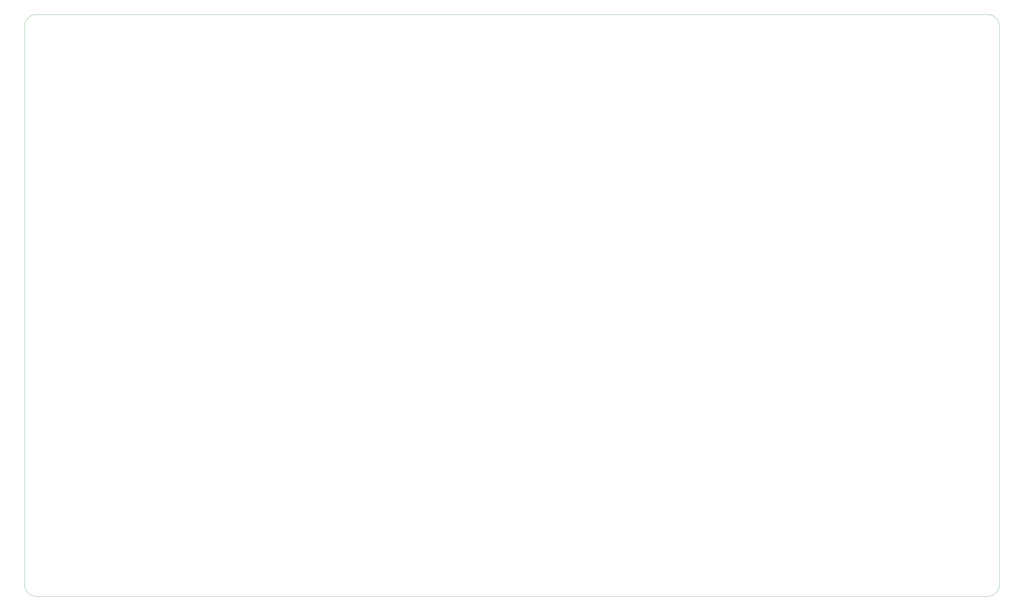
<source format=gbr>
%TF.GenerationSoftware,KiCad,Pcbnew,9.0.2*%
%TF.CreationDate,2026-02-06T08:15:01+00:00*%
%TF.ProjectId,WEASEL_KiCad,57454153-454c-45f4-9b69-4361642e6b69,rev?*%
%TF.SameCoordinates,Original*%
%TF.FileFunction,Profile,NP*%
%FSLAX46Y46*%
G04 Gerber Fmt 4.6, Leading zero omitted, Abs format (unit mm)*
G04 Created by KiCad (PCBNEW 9.0.2) date 2026-02-06 08:15:01*
%MOMM*%
%LPD*%
G01*
G04 APERTURE LIST*
%TA.AperFunction,Profile*%
%ADD10C,0.100000*%
%TD*%
G04 APERTURE END LIST*
D10*
X349500000Y-416000000D02*
X349500000Y-608000000D01*
X345500000Y-412000000D02*
G75*
G02*
X349500000Y-416000000I0J-4000000D01*
G01*
X14500000Y-416000000D02*
G75*
G02*
X18500000Y-412000000I4000000J0D01*
G01*
X18500000Y-412000000D02*
X345500000Y-412000000D01*
X349500000Y-608000000D02*
G75*
G02*
X345500000Y-612000000I-4000000J0D01*
G01*
X345500000Y-612000000D02*
X18500000Y-612000000D01*
X18500000Y-612000000D02*
G75*
G02*
X14500000Y-608000000I0J4000000D01*
G01*
X14500000Y-608000000D02*
X14500000Y-416000000D01*
M02*

</source>
